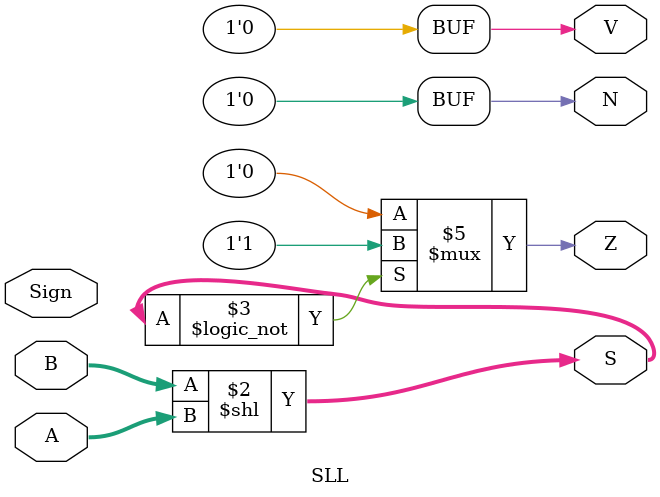
<source format=v>
`timescale 1ns / 1ps

module SLL( A, B, Sign, S, Z, V, N);

    input [31:0] A;
    input [31:0] B;
    input Sign;

    output reg [31:0] S;
    output reg Z;
    output reg V;
    output reg N;

    always@(*)
    begin
        S = B << A;
        V = 0;
        N = 0;
        if (S == 0) Z = 1;
        else Z = 0;
    end

endmodule

</source>
